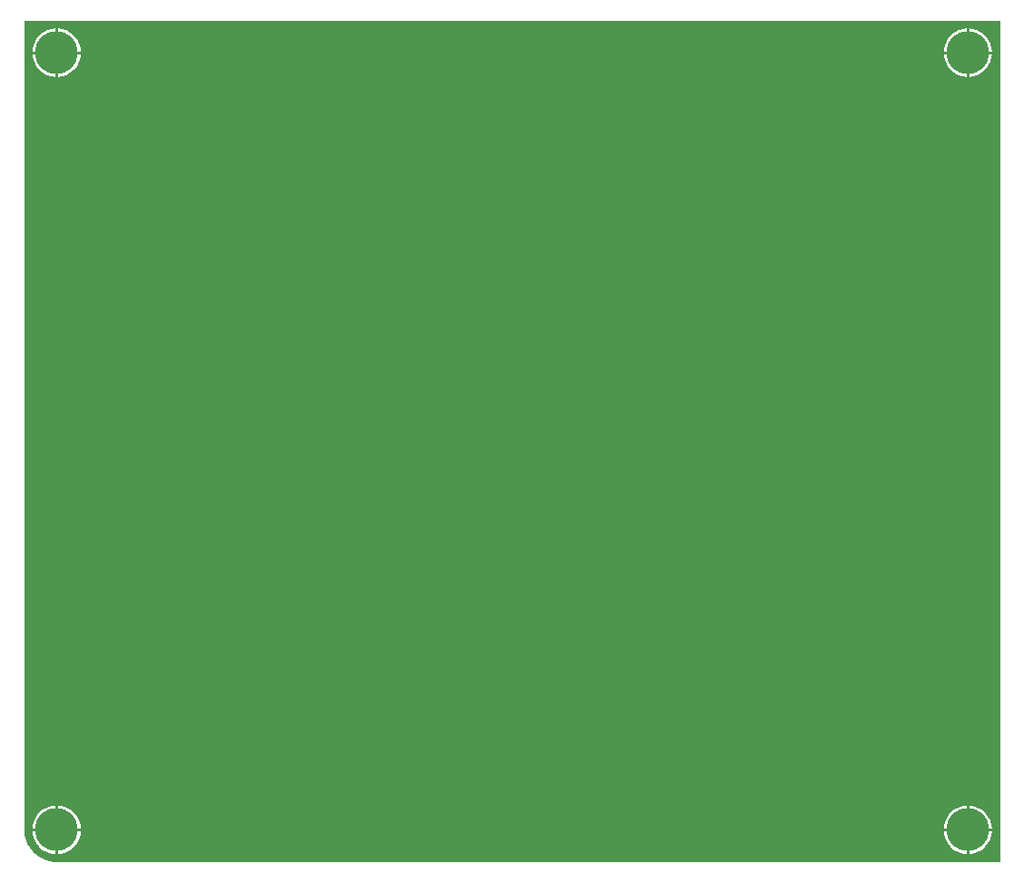
<source format=gbl>
G04*
G04 #@! TF.GenerationSoftware,Altium Limited,Altium Designer,19.1.9 (167)*
G04*
G04 Layer_Physical_Order=2*
G04 Layer_Color=16711680*
%FSLAX25Y25*%
%MOIN*%
G70*
G01*
G75*
%ADD11C,0.15748*%
G36*
X358268D02*
X11037D01*
X9502Y202D01*
X8006Y603D01*
X6576Y1195D01*
X5235Y1969D01*
X4007Y2912D01*
X2912Y4007D01*
X1969Y5235D01*
X1195Y6576D01*
X603Y8006D01*
X202Y9502D01*
X0Y11037D01*
Y11811D01*
Y309055D01*
X358268D01*
Y0D01*
D02*
G37*
%LPC*%
G36*
X346957Y306112D02*
Y297744D01*
X355324D01*
X355202Y298984D01*
X354695Y300657D01*
X353871Y302198D01*
X352762Y303549D01*
X351411Y304658D01*
X349869Y305482D01*
X348196Y305990D01*
X346957Y306112D01*
D02*
G37*
G36*
X345957D02*
X344717Y305990D01*
X343044Y305482D01*
X341503Y304658D01*
X340152Y303549D01*
X339042Y302198D01*
X338218Y300657D01*
X337711Y298984D01*
X337589Y297744D01*
X345957D01*
Y306112D01*
D02*
G37*
G36*
X12311D02*
Y297744D01*
X20679D01*
X20557Y298984D01*
X20049Y300657D01*
X19225Y302198D01*
X18116Y303549D01*
X16765Y304658D01*
X15223Y305482D01*
X13551Y305990D01*
X12311Y306112D01*
D02*
G37*
G36*
X11311D02*
X10071Y305990D01*
X8399Y305482D01*
X6857Y304658D01*
X5506Y303549D01*
X4397Y302198D01*
X3573Y300657D01*
X3065Y298984D01*
X2943Y297744D01*
X11311D01*
Y306112D01*
D02*
G37*
G36*
X355324Y296744D02*
X346957D01*
Y288376D01*
X348196Y288498D01*
X349869Y289006D01*
X351411Y289830D01*
X352762Y290939D01*
X353871Y292290D01*
X354695Y293832D01*
X355202Y295504D01*
X355324Y296744D01*
D02*
G37*
G36*
X345957D02*
X337589D01*
X337711Y295504D01*
X338218Y293832D01*
X339042Y292290D01*
X340152Y290939D01*
X341503Y289830D01*
X343044Y289006D01*
X344717Y288498D01*
X345957Y288376D01*
Y296744D01*
D02*
G37*
G36*
X20679D02*
X12311D01*
Y288376D01*
X13551Y288498D01*
X15223Y289006D01*
X16765Y289830D01*
X18116Y290939D01*
X19225Y292290D01*
X20049Y293832D01*
X20557Y295504D01*
X20679Y296744D01*
D02*
G37*
G36*
X11311D02*
X2943D01*
X3065Y295504D01*
X3573Y293832D01*
X4397Y292290D01*
X5506Y290939D01*
X6857Y289830D01*
X8399Y289006D01*
X10071Y288498D01*
X11311Y288376D01*
Y296744D01*
D02*
G37*
G36*
X346957Y20679D02*
Y12311D01*
X355324D01*
X355202Y13551D01*
X354695Y15223D01*
X353871Y16765D01*
X352762Y18116D01*
X351411Y19225D01*
X349869Y20049D01*
X348196Y20557D01*
X346957Y20679D01*
D02*
G37*
G36*
X345957D02*
X344717Y20557D01*
X343044Y20049D01*
X341503Y19225D01*
X340152Y18116D01*
X339042Y16765D01*
X338218Y15223D01*
X337711Y13551D01*
X337589Y12311D01*
X345957D01*
Y20679D01*
D02*
G37*
G36*
X12311D02*
Y12311D01*
X20679D01*
X20557Y13551D01*
X20049Y15223D01*
X19225Y16765D01*
X18116Y18116D01*
X16765Y19225D01*
X15223Y20049D01*
X13551Y20557D01*
X12311Y20679D01*
D02*
G37*
G36*
X11311D02*
X10071Y20557D01*
X8399Y20049D01*
X6857Y19225D01*
X5506Y18116D01*
X4397Y16765D01*
X3573Y15223D01*
X3065Y13551D01*
X2943Y12311D01*
X11311D01*
Y20679D01*
D02*
G37*
G36*
X20679Y11311D02*
X12311D01*
Y2943D01*
X13551Y3065D01*
X15223Y3573D01*
X16765Y4397D01*
X18116Y5506D01*
X19225Y6857D01*
X20049Y8399D01*
X20557Y10071D01*
X20679Y11311D01*
D02*
G37*
G36*
X11311D02*
X2943D01*
X3065Y10071D01*
X3573Y8399D01*
X4397Y6857D01*
X5506Y5506D01*
X6857Y4397D01*
X8399Y3573D01*
X10071Y3065D01*
X11311Y2943D01*
Y11311D01*
D02*
G37*
G36*
X355324D02*
X346957D01*
Y2943D01*
X348196Y3065D01*
X349869Y3573D01*
X351411Y4397D01*
X352762Y5506D01*
X353871Y6857D01*
X354695Y8399D01*
X355202Y10071D01*
X355324Y11311D01*
D02*
G37*
G36*
X345957D02*
X337589D01*
X337711Y10071D01*
X338218Y8399D01*
X339042Y6857D01*
X340152Y5506D01*
X341503Y4397D01*
X343044Y3573D01*
X344717Y3065D01*
X345957Y2943D01*
Y11311D01*
D02*
G37*
%LPD*%
D11*
X346457Y11811D02*
D03*
Y297244D02*
D03*
X11811D02*
D03*
Y11811D02*
D03*
M02*

</source>
